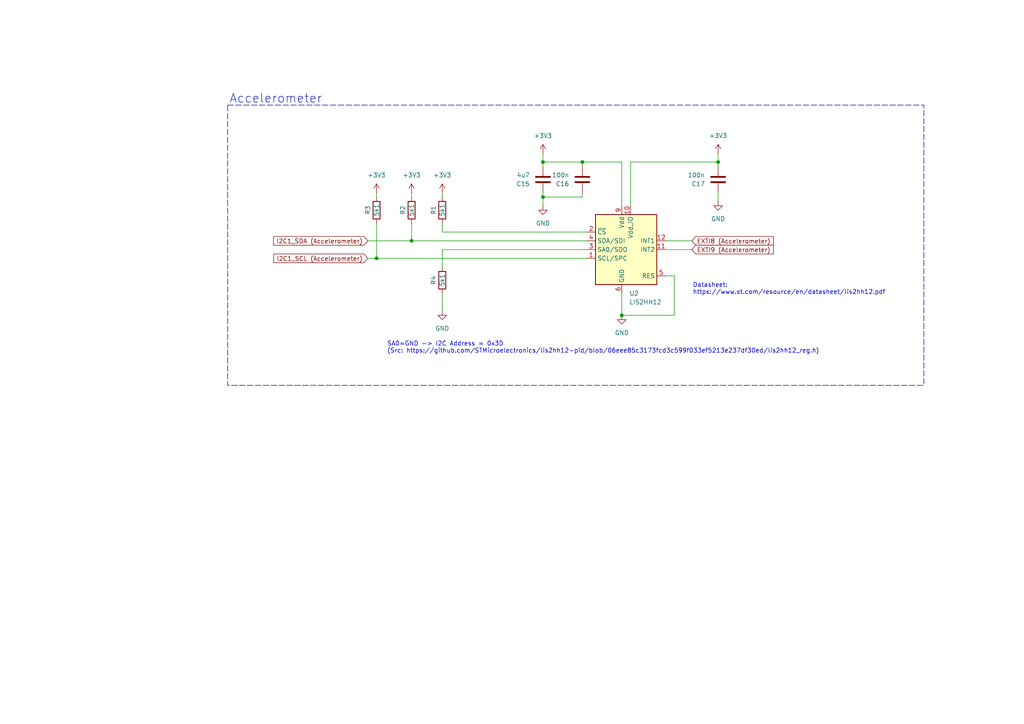
<source format=kicad_sch>
(kicad_sch (version 20231120) (generator "eeschema") (generator_version "8.0")
  (paper "A4")
  (title_block (date "2024-02-29") (rev "1"))
  (lib_symbols
    (symbol "Device:C" (pin_numbers hide) (pin_names (offset 0.254))
      (property "Reference" "C" (at 0.635 2.54 0))
      (property "Value" "C" (at 0.635 -2.54 0))
      (symbol "C_0_1"
        (polyline (pts (xy -2.032 -0.762) (xy 2.032 -0.762)) (stroke (width 0.508)))
        (polyline (pts (xy -2.032 0.762) (xy 2.032 0.762)) (stroke (width 0.508)))
      )
      (symbol "C_1_1"
        (pin passive line (at 0 3.81 270) (length 2.794) (name "~") (number "1"))
        (pin passive line (at 0 -3.81 90) (length 2.794) (name "~") (number "2"))
      )
    )
    (symbol "Device:R" (pin_numbers hide) (pin_names (offset 0))
      (property "Reference" "R" (at 2.032 0 90))
      (property "Value" "R" (at 0 0 90))
      (symbol "R_0_1"
        (rectangle (start -1.016 -2.54) (end 1.016 2.54) (stroke (width 0.254)))
      )
      (symbol "R_1_1"
        (pin passive line (at 0 3.81 270) (length 1.27) (name "~") (number "1"))
        (pin passive line (at 0 -3.81 90) (length 1.27) (name "~") (number "2"))
      )
    )
    (symbol "Sensor_Motion:LIS2HH12"
      (property "Reference" "U" (at -5.08 11.43 0))
      (property "Value" "LIS2HH12" (at 3.81 11.43 0))
      (symbol "LIS2HH12_0_1"
        (rectangle (start -7.62 10.16) (end 10.16 -10.16) (stroke (width 0.254)) (fill (type background)))
      )
      (symbol "LIS2HH12_1_1"
        (pin input line (at -10.16 -2.54 0) (length 2.54) (name "SCL/SPC") (number "1"))
        (pin power_in line (at 2.54 12.7 270) (length 2.54) (name "Vdd_IO") (number "10"))
        (pin output line (at 12.7 0 180) (length 2.54) (name "INT2") (number "11"))
        (pin output line (at 12.7 2.54 180) (length 2.54) (name "INT1") (number "12"))
        (pin input line (at -10.16 5.08 0) (length 2.54) (name "~{CS}") (number "2"))
        (pin bidirectional line (at -10.16 0 0) (length 2.54) (name "SA0/SDO") (number "3"))
        (pin bidirectional line (at -10.16 2.54 0) (length 2.54) (name "SDA/SDI") (number "4"))
        (pin passive line (at 12.7 -7.62 180) (length 2.54) (name "RES") (number "5"))
        (pin power_in line (at 0 -12.7 90) (length 2.54) (name "GND") (number "6"))
        (pin passive line (at 0 -12.7 90) (length 2.54) hide (name "GND") (number "7"))
        (pin passive line (at 0 -12.7 90) (length 2.54) hide (name "GND") (number "8"))
        (pin power_in line (at 0 12.7 270) (length 2.54) (name "Vdd") (number "9"))
      )
    )
    (symbol "power:+3V3" (power) (pin_numbers hide) (pin_names (offset 0) hide)
      (property "Value" "+3V3" (at 0 3.556 0))
      (symbol "+3V3_0_1"
        (polyline (pts (xy -0.762 1.27) (xy 0 2.54)))
        (polyline (pts (xy 0 0) (xy 0 2.54)))
        (polyline (pts (xy 0 2.54) (xy 0.762 1.27)))
      )
      (symbol "+3V3_1_1"
        (pin power_in line (at 0 0 90) (length 0) (name "~") (number "1"))
      )
    )
    (symbol "power:GND" (power) (pin_numbers hide) (pin_names (offset 0) hide)
      (property "Value" "GND" (at 0 -3.81 0))
      (symbol "GND_0_1"
        (polyline (pts (xy 0 0) (xy 0 -1.27) (xy 1.27 -1.27) (xy 0 -2.54) (xy -1.27 -1.27) (xy 0 -1.27)))
      )
      (symbol "GND_1_1"
        (pin power_in line (at 0 0 270) (length 0) (name "~") (number "1"))
      )
    )
  )
  (junction (at 109.22 74.93))
  (junction (at 119.38 69.85))
  (junction (at 168.91 46.99))
  (junction (at 180.34 91.44))
  (junction (at 208.28 46.99))
  (junction (at 157.48 46.99))
  (junction (at 157.48 57.15))
  (wire (pts (xy 109.22 74.93) (xy 170.18 74.93)))
  (wire (pts (xy 195.58 80.01) (xy 195.58 91.44)))
  (wire (pts (xy 119.38 64.77) (xy 119.38 69.85)))
  (wire (pts (xy 128.27 85.09) (xy 128.27 90.17)))
  (wire (pts (xy 193.04 80.01) (xy 195.58 80.01)))
  (wire (pts (xy 193.04 69.85) (xy 200.66 69.85)))
  (wire (pts (xy 157.48 57.15) (xy 168.91 57.15)))
  (wire (pts (xy 157.48 46.99) (xy 157.48 48.26)))
  (wire (pts (xy 193.04 72.39) (xy 200.66 72.39)))
  (wire (pts (xy 168.91 46.99) (xy 180.34 46.99)))
  (wire (pts (xy 128.27 72.39) (xy 128.27 77.47)))
  (wire (pts (xy 109.22 64.77) (xy 109.22 74.93)))
  (wire (pts (xy 182.88 46.99) (xy 182.88 59.69)))
  (wire (pts (xy 157.48 46.99) (xy 168.91 46.99)))
  (wire (pts (xy 208.28 55.88) (xy 208.28 58.42)))
  (wire (pts (xy 157.48 57.15) (xy 157.48 59.69)))
  (wire (pts (xy 128.27 64.77) (xy 128.27 67.31)))
  (wire (pts (xy 195.58 91.44) (xy 180.34 91.44)))
  (wire (pts (xy 128.27 55.88) (xy 128.27 57.15)))
  (wire (pts (xy 168.91 57.15) (xy 168.91 55.88)))
  (wire (pts (xy 208.28 44.45) (xy 208.28 46.99)))
  (wire (pts (xy 157.48 57.15) (xy 157.48 55.88)))
  (wire (pts (xy 106.68 74.93) (xy 109.22 74.93)))
  (wire (pts (xy 119.38 55.88) (xy 119.38 57.15)))
  (wire (pts (xy 180.34 46.99) (xy 180.34 59.69)))
  (wire (pts (xy 208.28 46.99) (xy 208.28 48.26)))
  (wire (pts (xy 168.91 46.99) (xy 168.91 48.26)))
  (wire (pts (xy 180.34 85.09) (xy 180.34 91.44)))
  (wire (pts (xy 106.68 69.85) (xy 119.38 69.85)))
  (wire (pts (xy 128.27 67.31) (xy 170.18 67.31)))
  (wire (pts (xy 157.48 44.45) (xy 157.48 46.99)))
  (wire (pts (xy 119.38 69.85) (xy 170.18 69.85)))
  (wire (pts (xy 128.27 72.39) (xy 170.18 72.39)))
  (wire (pts (xy 109.22 55.88) (xy 109.22 57.15)))
  (wire (pts (xy 208.28 46.99) (xy 182.88 46.99)))
  (rectangle (start 66.04 30.48) (end 267.97 111.76) (stroke (width 0) (type dash) (color 0 0 132 1)))
  (text "Accelerometer\n" (at 80.01 28.702 0) (effects (font (size 2.54 2.54))))
  (text "Datasheet:\nhttps://www.st.com/resource/en/datasheet/lis2hh12.pdf" (at 200.914 83.82 0) (effects (font (size 1.27 1.27)) (justify left)))
  (text "SA0=GND -> I2C Address = 0x3D\n(Src: https://github.com/STMicroelectronics/lis2hh12-pid/blob/06eee85c3173fcd3c599f033ef5213e237df30ed/lis2hh12_reg.h)" (at 112.268 100.838 0) (effects (font (size 1.27 1.27)) (justify left)))
  (global_label "EXTI9 (Accelerometer)" (shape input) (at 200.66 72.39 0) (property "Intersheetrefs" "${INTERSHEET_REFS}" (effects (hide yes))))
  (global_label "I2C1_SDA (Accelerometer)" (shape input) (at 106.68 69.85 180) (property "Intersheetrefs" "${INTERSHEET_REFS}" (effects (hide yes))))
  (global_label "I2C1_SCL (Accelerometer)" (shape input) (at 106.68 74.93 180) (property "Intersheetrefs" "${INTERSHEET_REFS}" (effects (hide yes))))
  (global_label "EXTI8 (Accelerometer)" (shape input) (at 200.66 69.85 0) (property "Intersheetrefs" "${INTERSHEET_REFS}" (effects (hide yes))))
  (symbol (lib_id "power:+3V3") (at 157.48 44.45 0) (unit 1)
    (property "Reference" "#PWR035" (effects (hide yes)))
    (property "Value" "+3V3" (at 157.48 39.37 0))
    (property "Description" "Power symbol creates a global label with name \"+3V3\"" (effects (hide yes)))
  )
  (symbol (lib_id "power:+3V3") (at 208.28 44.45 0) (unit 1)
    (property "Reference" "#PWR038" (effects (hide yes)))
    (property "Value" "+3V3" (at 208.28 39.37 0))
    (property "Description" "Power symbol creates a global label with name \"+3V3\"" (effects (hide yes)))
  )
  (symbol (lib_id "Device:R") (at 128.27 81.28 0) (unit 1)
    (property "Reference" "R4" (at 125.73 81.28 90))
    (property "Value" "5k1" (at 128.27 81.28 90))
    (property "Footprint" "Resistor_SMD:R_0805_2012Metric" (effects (hide yes)))
    (property "Part ID" "CR0805-FX-5101ELF " (effects (hide yes)))
  )
  (symbol (lib_id "Device:R") (at 119.38 60.96 0) (unit 1)
    (property "Reference" "R2" (at 116.84 60.96 90))
    (property "Value" "5k1" (at 119.38 60.96 90))
    (property "Footprint" "Resistor_SMD:R_0805_2012Metric" (effects (hide yes)))
    (property "Part ID" "CR0805-FX-5101ELF " (effects (hide yes)))
  )
  (symbol (lib_id "Device:R") (at 109.22 60.96 0) (unit 1)
    (property "Reference" "R3" (at 106.68 60.96 90))
    (property "Value" "5k1" (at 109.22 60.96 90))
    (property "Footprint" "Resistor_SMD:R_0805_2012Metric" (effects (hide yes)))
    (property "Part ID" "CR0805-FX-5101ELF " (effects (hide yes)))
  )
  (symbol (lib_id "Device:C") (at 168.91 52.07 180) (unit 1)
    (property "Reference" "C16" (at 165.1 53.3401 0) (effects (justify left)))
    (property "Value" "100n" (at 165.1 50.8001 0) (effects (justify left)))
    (property "Footprint" "Capacitor_SMD:C_0805_2012Metric" (effects (hide yes)))
    (property "Description" "Unpolarized capacitor" (effects (hide yes)))
  )
  (symbol (lib_id "power:+3V3") (at 128.27 55.88 0) (unit 1)
    (property "Reference" "#PWR042" (effects (hide yes)))
    (property "Value" "+3V3" (at 128.27 50.8 0))
    (property "Description" "Power symbol creates a global label with name \"+3V3\"" (effects (hide yes)))
  )
  (symbol (lib_id "power:GND") (at 180.34 91.44 0) (unit 1)
    (property "Reference" "#PWR041" (effects (hide yes)))
    (property "Value" "GND" (at 180.34 96.52 0))
    (property "Description" "Power symbol creates a global label with name \"GND\" , ground" (effects (hide yes)))
  )
  (symbol (lib_id "Device:C") (at 208.28 52.07 180) (unit 1)
    (property "Reference" "C17" (at 204.47 53.3401 0) (effects (justify left)))
    (property "Value" "100n" (at 204.47 50.8001 0) (effects (justify left)))
    (property "Footprint" "Capacitor_SMD:C_0805_2012Metric" (effects (hide yes)))
    (property "Description" "Unpolarized capacitor" (effects (hide yes)))
  )
  (symbol (lib_id "power:GND") (at 128.27 90.17 0) (unit 1)
    (property "Reference" "#PWR043" (effects (hide yes)))
    (property "Value" "GND" (at 128.27 95.25 0))
    (property "Description" "Power symbol creates a global label with name \"GND\" , ground" (effects (hide yes)))
  )
  (symbol (lib_id "power:+3V3") (at 109.22 55.88 0) (unit 1)
    (property "Reference" "#PWR044" (effects (hide yes)))
    (property "Value" "+3V3" (at 109.22 50.8 0))
    (property "Description" "Power symbol creates a global label with name \"+3V3\"" (effects (hide yes)))
  )
  (symbol (lib_id "Sensor_Motion:LIS2HH12") (at 180.34 72.39 0) (unit 1)
    (property "Reference" "U2" (at 182.5341 85.09 0) (effects (justify left)))
    (property "Value" "LIS2HH12" (at 182.5341 87.63 0) (effects (justify left)))
    (property "Footprint" "Package_LGA:LGA-12_2x2mm_P0.5mm" (effects (hide yes)))
    (property "Datasheet" "www.st.com/resource/en/datasheet/lis2hh12.pdf" (effects (hide yes)))
    (property "Description" "3-Axis Accelerometer, 2/4/8g range, I2C/SPI interface" (effects (hide yes)))
  )
  (symbol (lib_id "power:GND") (at 208.28 58.42 0) (unit 1)
    (property "Reference" "#PWR039" (effects (hide yes)))
    (property "Value" "GND" (at 208.28 63.5 0))
    (property "Description" "Power symbol creates a global label with name \"GND\" , ground" (effects (hide yes)))
  )
  (symbol (lib_id "power:+3V3") (at 119.38 55.88 0) (unit 1)
    (property "Reference" "#PWR045" (effects (hide yes)))
    (property "Value" "+3V3" (at 119.38 50.8 0))
    (property "Description" "Power symbol creates a global label with name \"+3V3\"" (effects (hide yes)))
  )
  (symbol (lib_id "power:GND") (at 157.48 59.69 0) (unit 1)
    (property "Reference" "#PWR040" (effects (hide yes)))
    (property "Value" "GND" (at 157.48 64.77 0))
    (property "Description" "Power symbol creates a global label with name \"GND\" , ground" (effects (hide yes)))
  )
  (symbol (lib_id "Device:C") (at 157.48 52.07 180) (unit 1)
    (property "Reference" "C15" (at 153.67 53.3401 0) (effects (justify left)))
    (property "Value" "4u7" (at 153.67 50.8001 0) (effects (justify left)))
    (property "Footprint" "Capacitor_SMD:C_0805_2012Metric" (effects (hide yes)))
    (property "Description" "Unpolarized capacitor" (effects (hide yes)))
  )
  (symbol (lib_id "Device:R") (at 128.27 60.96 0) (unit 1)
    (property "Reference" "R1" (at 125.73 60.96 90))
    (property "Value" "5k1" (at 128.27 60.96 90))
    (property "Footprint" "Resistor_SMD:R_0805_2012Metric" (effects (hide yes)))
    (property "Part ID" "CR0805-FX-5101ELF " (effects (hide yes)))
  )
)
</source>
